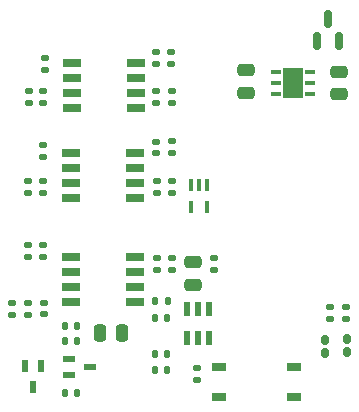
<source format=gbr>
%TF.GenerationSoftware,KiCad,Pcbnew,(6.0.8)*%
%TF.CreationDate,2023-06-01T04:31:02+02:00*%
%TF.ProjectId,BSPD-07,42535044-2d30-4372-9e6b-696361645f70,rev?*%
%TF.SameCoordinates,Original*%
%TF.FileFunction,Paste,Top*%
%TF.FilePolarity,Positive*%
%FSLAX46Y46*%
G04 Gerber Fmt 4.6, Leading zero omitted, Abs format (unit mm)*
G04 Created by KiCad (PCBNEW (6.0.8)) date 2023-06-01 04:31:02*
%MOMM*%
%LPD*%
G01*
G04 APERTURE LIST*
G04 Aperture macros list*
%AMRoundRect*
0 Rectangle with rounded corners*
0 $1 Rounding radius*
0 $2 $3 $4 $5 $6 $7 $8 $9 X,Y pos of 4 corners*
0 Add a 4 corners polygon primitive as box body*
4,1,4,$2,$3,$4,$5,$6,$7,$8,$9,$2,$3,0*
0 Add four circle primitives for the rounded corners*
1,1,$1+$1,$2,$3*
1,1,$1+$1,$4,$5*
1,1,$1+$1,$6,$7*
1,1,$1+$1,$8,$9*
0 Add four rect primitives between the rounded corners*
20,1,$1+$1,$2,$3,$4,$5,0*
20,1,$1+$1,$4,$5,$6,$7,0*
20,1,$1+$1,$6,$7,$8,$9,0*
20,1,$1+$1,$8,$9,$2,$3,0*%
G04 Aperture macros list end*
%ADD10RoundRect,0.135000X-0.185000X0.135000X-0.185000X-0.135000X0.185000X-0.135000X0.185000X0.135000X0*%
%ADD11RoundRect,0.135000X0.185000X-0.135000X0.185000X0.135000X-0.185000X0.135000X-0.185000X-0.135000X0*%
%ADD12RoundRect,0.135000X-0.135000X-0.185000X0.135000X-0.185000X0.135000X0.185000X-0.135000X0.185000X0*%
%ADD13RoundRect,0.250000X0.250000X0.475000X-0.250000X0.475000X-0.250000X-0.475000X0.250000X-0.475000X0*%
%ADD14RoundRect,0.147500X-0.172500X0.147500X-0.172500X-0.147500X0.172500X-0.147500X0.172500X0.147500X0*%
%ADD15R,1.528000X0.650000*%
%ADD16RoundRect,0.140000X0.170000X-0.140000X0.170000X0.140000X-0.170000X0.140000X-0.170000X-0.140000X0*%
%ADD17RoundRect,0.250000X0.475000X-0.250000X0.475000X0.250000X-0.475000X0.250000X-0.475000X-0.250000X0*%
%ADD18RoundRect,0.135000X0.135000X0.185000X-0.135000X0.185000X-0.135000X-0.185000X0.135000X-0.185000X0*%
%ADD19RoundRect,0.160000X0.160000X-0.222500X0.160000X0.222500X-0.160000X0.222500X-0.160000X-0.222500X0*%
%ADD20R,0.850000X0.300000*%
%ADD21R,1.700000X2.500000*%
%ADD22RoundRect,0.140000X-0.170000X0.140000X-0.170000X-0.140000X0.170000X-0.140000X0.170000X0.140000X0*%
%ADD23RoundRect,0.250000X-0.475000X0.250000X-0.475000X-0.250000X0.475000X-0.250000X0.475000X0.250000X0*%
%ADD24R,0.400000X1.050000*%
%ADD25R,1.200000X0.800000*%
%ADD26R,0.600000X1.300000*%
%ADD27R,0.500000X1.100000*%
%ADD28RoundRect,0.150000X0.150000X-0.587500X0.150000X0.587500X-0.150000X0.587500X-0.150000X-0.587500X0*%
%ADD29RoundRect,0.140000X-0.140000X-0.170000X0.140000X-0.170000X0.140000X0.170000X-0.140000X0.170000X0*%
%ADD30R,1.100000X0.500000*%
G04 APERTURE END LIST*
D10*
%TO.C,R18*%
X149349200Y-126007400D03*
X149349200Y-127027400D03*
%TD*%
D11*
%TO.C,R23*%
X176222400Y-127383000D03*
X176222400Y-126363000D03*
%TD*%
D12*
%TO.C,R15*%
X161463000Y-131724400D03*
X162483000Y-131724400D03*
%TD*%
D13*
%TO.C,C5*%
X158655800Y-128549400D03*
X156755800Y-128549400D03*
%TD*%
D14*
%TO.C,D2*%
X150676800Y-115722400D03*
X150676800Y-116692400D03*
%TD*%
D11*
%TO.C,R4*%
X161550800Y-109120400D03*
X161550800Y-108100400D03*
%TD*%
D15*
%TO.C,IC1*%
X154394800Y-105689400D03*
X154394800Y-106959400D03*
X154394800Y-108229400D03*
X154394800Y-109499400D03*
X159816800Y-109499400D03*
X159816800Y-108229400D03*
X159816800Y-106959400D03*
X159816800Y-105689400D03*
%TD*%
D16*
%TO.C,C4*%
X151990800Y-126997400D03*
X151990800Y-126037400D03*
%TD*%
D17*
%TO.C,C3*%
X164646800Y-124485400D03*
X164646800Y-122585400D03*
%TD*%
D11*
%TO.C,R5*%
X151946800Y-116740400D03*
X151946800Y-115720400D03*
%TD*%
%TO.C,R12*%
X166424800Y-123219400D03*
X166424800Y-122199400D03*
%TD*%
%TO.C,R7*%
X162868800Y-109120400D03*
X162868800Y-108100400D03*
%TD*%
D18*
%TO.C,R20*%
X154837600Y-129260600D03*
X153817600Y-129260600D03*
%TD*%
D19*
%TO.C,D4*%
X177644800Y-130214100D03*
X177644800Y-129069100D03*
%TD*%
%TO.C,D3*%
X175816000Y-130302000D03*
X175816000Y-129157000D03*
%TD*%
D11*
%TO.C,R11*%
X161598800Y-123283400D03*
X161598800Y-122263400D03*
%TD*%
D18*
%TO.C,R21*%
X154837600Y-133629400D03*
X153817600Y-133629400D03*
%TD*%
D15*
%TO.C,IC2*%
X154315800Y-113309400D03*
X154315800Y-114579400D03*
X154315800Y-115849400D03*
X154315800Y-117119400D03*
X159737800Y-117119400D03*
X159737800Y-115849400D03*
X159737800Y-114579400D03*
X159737800Y-113309400D03*
%TD*%
D20*
%TO.C,IC4*%
X174548200Y-108366600D03*
X174548200Y-107416600D03*
X174548200Y-106466600D03*
X171648200Y-106466600D03*
X171648200Y-107416600D03*
X171648200Y-108366600D03*
D21*
X173098200Y-107416600D03*
%TD*%
D22*
%TO.C,C2*%
X161548000Y-112372200D03*
X161548000Y-113332200D03*
%TD*%
D14*
%TO.C,D1*%
X150727600Y-108098000D03*
X150727600Y-109068000D03*
%TD*%
D23*
%TO.C,C6*%
X177035200Y-106466600D03*
X177035200Y-108366600D03*
%TD*%
D11*
%TO.C,R9*%
X162820800Y-105818400D03*
X162820800Y-104798400D03*
%TD*%
D24*
%TO.C,IC5*%
X165804800Y-116042400D03*
X165154800Y-116042400D03*
X164504800Y-116042400D03*
X164504800Y-117942400D03*
X165804800Y-117942400D03*
%TD*%
D15*
%TO.C,IC3*%
X159737800Y-125948400D03*
X159737800Y-124678400D03*
X159737800Y-123408400D03*
X159737800Y-122138400D03*
X154315800Y-122138400D03*
X154315800Y-123408400D03*
X154315800Y-124678400D03*
X154315800Y-125948400D03*
%TD*%
D25*
%TO.C,U2*%
X166874800Y-131495800D03*
X166874800Y-134035800D03*
X173174800Y-134035800D03*
X173174800Y-131495800D03*
%TD*%
D11*
%TO.C,R26*%
X151940000Y-122150600D03*
X151940000Y-121130600D03*
%TD*%
%TO.C,R10*%
X162894200Y-113336800D03*
X162894200Y-112316800D03*
%TD*%
D12*
%TO.C,R16*%
X161469800Y-125882400D03*
X162489800Y-125882400D03*
%TD*%
D18*
%TO.C,R14*%
X162483000Y-130327400D03*
X161463000Y-130327400D03*
%TD*%
D11*
%TO.C,R8*%
X162868800Y-116740400D03*
X162868800Y-115720400D03*
%TD*%
D23*
%TO.C,C7*%
X169161200Y-106339600D03*
X169161200Y-108239600D03*
%TD*%
D10*
%TO.C,R2*%
X151946800Y-112672400D03*
X151946800Y-113692400D03*
%TD*%
%TO.C,R19*%
X150670000Y-126032800D03*
X150670000Y-127052800D03*
%TD*%
D11*
%TO.C,R3*%
X151946800Y-109118400D03*
X151946800Y-108098400D03*
%TD*%
D10*
%TO.C,R22*%
X164995600Y-131544600D03*
X164995600Y-132564600D03*
%TD*%
%TO.C,R25*%
X150670000Y-121130600D03*
X150670000Y-122150600D03*
%TD*%
%TO.C,R1*%
X152092400Y-105308400D03*
X152092400Y-106328400D03*
%TD*%
D11*
%TO.C,R24*%
X177594000Y-127383000D03*
X177594000Y-126363000D03*
%TD*%
%TO.C,R6*%
X161598800Y-116740400D03*
X161598800Y-115720400D03*
%TD*%
D22*
%TO.C,C1*%
X161550800Y-104828400D03*
X161550800Y-105788400D03*
%TD*%
D26*
%TO.C,Q1*%
X166021800Y-126587400D03*
X165071800Y-126587400D03*
X164121800Y-126587400D03*
X164121800Y-128987400D03*
X165071800Y-128987400D03*
X166021800Y-128987400D03*
%TD*%
D27*
%TO.C,Q3*%
X151751800Y-131332400D03*
X150451800Y-131332400D03*
X151101800Y-133132400D03*
%TD*%
D28*
%TO.C,Q4*%
X175120000Y-103832900D03*
X177020000Y-103832900D03*
X176070000Y-101957900D03*
%TD*%
D11*
%TO.C,R13*%
X162868800Y-123283400D03*
X162868800Y-122263400D03*
%TD*%
D29*
%TO.C,C8*%
X153847600Y-127990600D03*
X154807600Y-127990600D03*
%TD*%
D12*
%TO.C,R17*%
X161463000Y-127279400D03*
X162483000Y-127279400D03*
%TD*%
D30*
%TO.C,Q2*%
X154138800Y-130795000D03*
X154138800Y-132095000D03*
X155938800Y-131445000D03*
%TD*%
M02*

</source>
